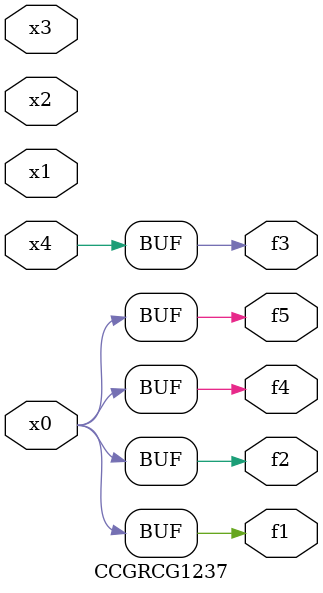
<source format=v>
module CCGRCG1237(
	input x0, x1, x2, x3, x4,
	output f1, f2, f3, f4, f5
);
	assign f1 = x0;
	assign f2 = x0;
	assign f3 = x4;
	assign f4 = x0;
	assign f5 = x0;
endmodule

</source>
